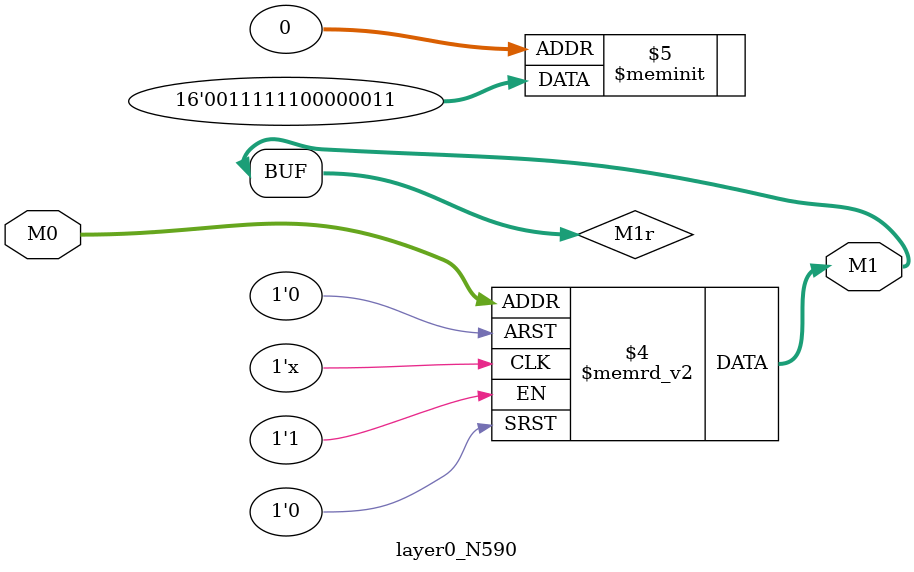
<source format=v>
module layer0_N590 ( input [2:0] M0, output [1:0] M1 );

	(*rom_style = "distributed" *) reg [1:0] M1r;
	assign M1 = M1r;
	always @ (M0) begin
		case (M0)
			3'b000: M1r = 2'b11;
			3'b100: M1r = 2'b11;
			3'b010: M1r = 2'b00;
			3'b110: M1r = 2'b11;
			3'b001: M1r = 2'b00;
			3'b101: M1r = 2'b11;
			3'b011: M1r = 2'b00;
			3'b111: M1r = 2'b00;

		endcase
	end
endmodule

</source>
